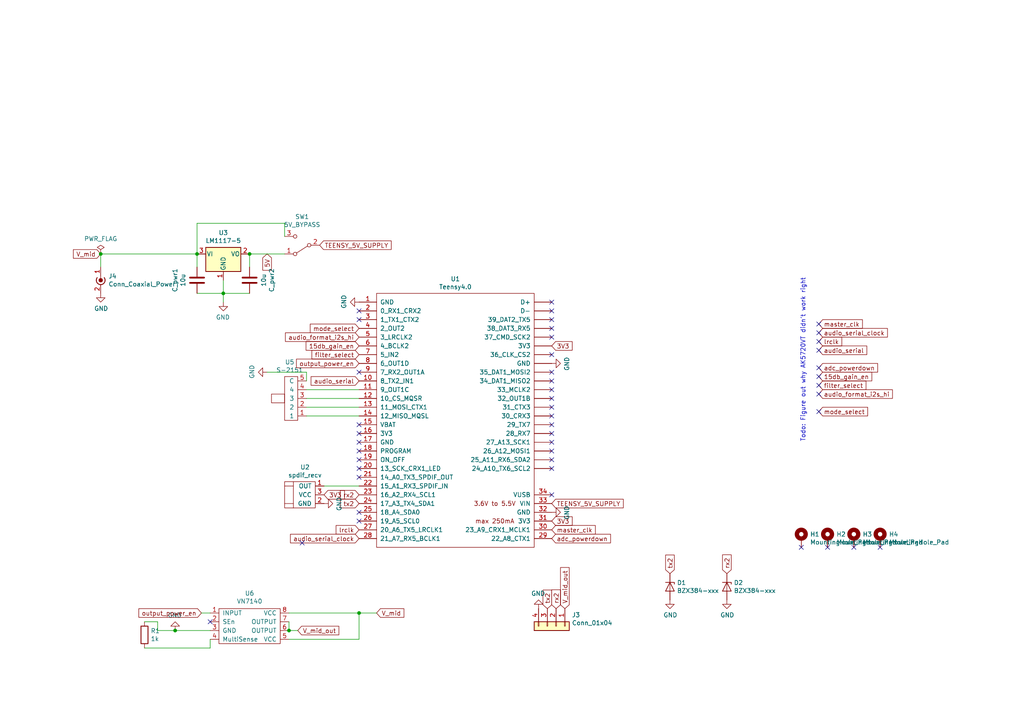
<source format=kicad_sch>
(kicad_sch (version 20211123) (generator eeschema)
  (paper "A4")
  (lib_symbols
    (symbol "Connector:Conn_Coaxial_Power" (pin_names (offset 1.016) hide)
      (property "Reference" "J" (at -5.08 -1.27 90))
      (property "Value" "Conn_Coaxial_Power" (at -3.175 -1.27 90))
      (symbol "Conn_Coaxial_Power_0_1"
        (arc (start -1.27 -1.27) (mid 0 -2.54) (end 1.27 -1.27) (stroke (width 0.254)))
        (arc (start -1.016 -0.508) (mid -1.2048 -0.8684) (end -1.27 -1.27) (stroke (width 0.254)))
        (circle (center 0 -1.27) (radius 0.508) (stroke (width 0.2032)) (fill (type outline)))
        (polyline (pts (xy 0 -2.54) (xy 0 -3.048)))
        (polyline (pts (xy 0 0) (xy 0 -1.27)))
        (arc (start 1.27 -1.27) (mid 1.2048 -0.8684) (end 1.016 -0.508) (stroke (width 0.254)))
      )
      (symbol "Conn_Coaxial_Power_1_1"
        (pin passive line (at 0 2.54 270) (length 2.54) (name "In") (number "1"))
        (pin passive line (at 0 -5.08 90) (length 2.54) (name "Ext") (number "2"))
      )
    )
    (symbol "Connector_Generic:Conn_01x04" (pin_names (offset 1.016) hide)
      (property "Reference" "J" (at 0 5.08 0))
      (property "Value" "Conn_01x04" (at 0 -7.62 0))
      (symbol "Conn_01x04_1_1"
        (rectangle (start -1.27 -4.953) (end 0 -5.207) (stroke (width 0.1524)))
        (rectangle (start -1.27 -2.413) (end 0 -2.667) (stroke (width 0.1524)))
        (rectangle (start -1.27 0.127) (end 0 -0.127) (stroke (width 0.1524)))
        (rectangle (start -1.27 2.667) (end 0 2.413) (stroke (width 0.1524)))
        (rectangle (start -1.27 3.81) (end 1.27 -6.35) (stroke (width 0.254)) (fill (type background)))
        (pin passive line (at -5.08 2.54 0) (length 3.81) (name "Pin_1") (number "1"))
        (pin passive line (at -5.08 0 0) (length 3.81) (name "Pin_2") (number "2"))
        (pin passive line (at -5.08 -2.54 0) (length 3.81) (name "Pin_3") (number "3"))
        (pin passive line (at -5.08 -5.08 0) (length 3.81) (name "Pin_4") (number "4"))
      )
    )
    (symbol "Device:C" (pin_numbers hide) (pin_names (offset 0.254))
      (property "Reference" "C" (at 0.635 2.54 0))
      (property "Value" "C" (at 0.635 -2.54 0))
      (symbol "C_0_1"
        (polyline (pts (xy -2.032 -0.762) (xy 2.032 -0.762)) (stroke (width 0.508)))
        (polyline (pts (xy -2.032 0.762) (xy 2.032 0.762)) (stroke (width 0.508)))
      )
      (symbol "C_1_1"
        (pin passive line (at 0 3.81 270) (length 2.794) (name "~") (number "1"))
        (pin passive line (at 0 -3.81 90) (length 2.794) (name "~") (number "2"))
      )
    )
    (symbol "Device:R" (pin_numbers hide) (pin_names (offset 0))
      (property "Reference" "R" (at 2.032 0 90))
      (property "Value" "R" (at 0 0 90))
      (symbol "R_0_1"
        (rectangle (start -1.016 -2.54) (end 1.016 2.54) (stroke (width 0.254)))
      )
      (symbol "R_1_1"
        (pin passive line (at 0 3.81 270) (length 1.27) (name "~") (number "1"))
        (pin passive line (at 0 -3.81 90) (length 1.27) (name "~") (number "2"))
      )
    )
    (symbol "Diode:BZX384-xxx" (pin_numbers hide) (pin_names hide)
      (property "Reference" "D" (at 0 2.54 0))
      (property "Value" "Diode_BZX384-xxx" (at 0 -2.54 0))
      (symbol "BZX384-xxx_0_1"
        (polyline (pts (xy 1.27 0) (xy -1.27 0)))
        (polyline (pts (xy -1.27 -1.27) (xy -1.27 1.27) (xy -0.762 1.27)) (stroke (width 0.2032)))
        (polyline (pts (xy 1.27 -1.27) (xy 1.27 1.27) (xy -1.27 0) (xy 1.27 -1.27)) (stroke (width 0.2032)))
      )
      (symbol "BZX384-xxx_1_1"
        (pin passive line (at -3.81 0 0) (length 2.54) (name "K") (number "1"))
        (pin passive line (at 3.81 0 180) (length 2.54) (name "A") (number "2"))
      )
    )
    (symbol "Mechanical:MountingHole_Pad" (pin_numbers hide) (pin_names (offset 1.016) hide)
      (property "Reference" "H" (at 0 6.35 0))
      (property "Value" "MountingHole_Pad" (at 0 4.445 0))
      (symbol "MountingHole_Pad_0_1"
        (circle (center 0 1.27) (radius 1.27) (stroke (width 1.27)))
      )
      (symbol "MountingHole_Pad_1_1"
        (pin input line (at 0 -2.54 90) (length 2.54) (name "1") (number "1"))
      )
    )
    (symbol "Regulator_Linear:LM1117-3.3" (pin_names (offset 0.254))
      (property "Reference" "U" (at -3.81 3.175 0))
      (property "Value" "LM1117-3.3" (at 0 3.175 0))
      (symbol "LM1117-3.3_0_1"
        (rectangle (start -5.08 -5.08) (end 5.08 1.905) (stroke (width 0.254)) (fill (type background)))
      )
      (symbol "LM1117-3.3_1_1"
        (pin power_in line (at 0 -7.62 90) (length 2.54) (name "GND") (number "1"))
        (pin power_out line (at 7.62 0 180) (length 2.54) (name "VO") (number "2"))
        (pin power_in line (at -7.62 0 0) (length 2.54) (name "VI") (number "3"))
      )
    )
    (symbol "Switch:SW_SPDT" (pin_names (offset 0) hide)
      (property "Reference" "SW" (at 0 4.318 0))
      (property "Value" "SW_SPDT" (at 0 -5.08 0))
      (symbol "SW_SPDT_0_0"
        (circle (center -2.032 0) (radius 0.508))
        (circle (center 2.032 -2.54) (radius 0.508))
      )
      (symbol "SW_SPDT_0_1"
        (polyline (pts (xy -1.524 0.254) (xy 1.651 2.286)))
        (circle (center 2.032 2.54) (radius 0.508))
      )
      (symbol "SW_SPDT_1_1"
        (pin passive line (at 5.08 2.54 180) (length 2.54) (name "A") (number "1"))
        (pin passive line (at -5.08 0 0) (length 2.54) (name "B") (number "2"))
        (pin passive line (at 5.08 -2.54 180) (length 2.54) (name "C") (number "3"))
      )
    )
    (symbol "power:GND" (power) (pin_names (offset 0))
      (property "Value" "GND" (at 0 -3.81 0))
      (symbol "GND_0_1"
        (polyline (pts (xy 0 0) (xy 0 -1.27) (xy 1.27 -1.27) (xy 0 -2.54) (xy -1.27 -1.27) (xy 0 -1.27)))
      )
      (symbol "GND_1_1"
        (pin power_in line (at 0 0 270) (length 0) hide (name "GND") (number "1"))
      )
    )
    (symbol "power:PWR_FLAG" (power) (pin_numbers hide) (pin_names (offset 0) hide)
      (property "Value" "PWR_FLAG" (at 0 3.81 0))
      (symbol "PWR_FLAG_0_0"
        (pin power_out line (at 0 0 90) (length 0) (name "pwr") (number "1"))
      )
      (symbol "PWR_FLAG_0_1"
        (polyline (pts (xy 0 0) (xy 0 1.27) (xy -1.016 1.905) (xy 0 2.54) (xy 1.016 1.905) (xy 0 1.27)))
      )
    )
    (symbol "teensy:Teensy4.0" (pin_names (offset 1.016))
      (property "Reference" "U" (at 0 39.37 0))
      (property "Value" "teensy_Teensy4.0" (at 0 -39.37 0))
      (symbol "Teensy4.0_0_0"
        (text "3.6V to 5.5V" (at 11.43 -24.13 0) (effects (font (size 1.27 1.27))))
        (text "max 250mA" (at 11.43 -29.21 0) (effects (font (size 1.27 1.27))))
        (pin bidirectional line (at -27.94 11.43 0) (length 5.08) (name "8_TX2_IN1") (number "10"))
        (pin bidirectional line (at -27.94 8.89 0) (length 5.08) (name "9_OUT1C") (number "11"))
        (pin bidirectional line (at -27.94 6.35 0) (length 5.08) (name "10_CS_MQSR") (number "12"))
        (pin bidirectional line (at -27.94 3.81 0) (length 5.08) (name "11_MOSI_CTX1") (number "13"))
        (pin bidirectional line (at -27.94 1.27 0) (length 5.08) (name "12_MISO_MQSL") (number "14"))
        (pin power_in line (at -27.94 -1.27 0) (length 5.08) (name "VBAT") (number "15"))
        (pin power_out line (at -27.94 -3.81 0) (length 5.08) (name "3V3") (number "16"))
        (pin power_in line (at -27.94 -6.35 0) (length 5.08) (name "GND") (number "17"))
        (pin input line (at -27.94 -8.89 0) (length 5.08) (name "PROGRAM") (number "18"))
        (pin input line (at -27.94 -11.43 0) (length 5.08) (name "ON_OFF") (number "19"))
        (pin bidirectional line (at -27.94 -13.97 0) (length 5.08) (name "13_SCK_CRX1_LED") (number "20"))
        (pin bidirectional line (at -27.94 -16.51 0) (length 5.08) (name "14_A0_TX3_SPDIF_OUT") (number "21"))
        (pin bidirectional line (at -27.94 -19.05 0) (length 5.08) (name "15_A1_RX3_SPDIF_IN") (number "22"))
        (pin bidirectional line (at -27.94 -21.59 0) (length 5.08) (name "16_A2_RX4_SCL1") (number "23"))
        (pin bidirectional line (at -27.94 -24.13 0) (length 5.08) (name "17_A3_TX4_SDA1") (number "24"))
        (pin bidirectional line (at -27.94 -26.67 0) (length 5.08) (name "18_A4_SDA0") (number "25"))
        (pin bidirectional line (at -27.94 -29.21 0) (length 5.08) (name "19_A5_SCL0") (number "26"))
        (pin bidirectional line (at -27.94 -31.75 0) (length 5.08) (name "20_A6_TX5_LRCLK1") (number "27"))
        (pin bidirectional line (at -27.94 -34.29 0) (length 5.08) (name "21_A7_RX5_BCLK1") (number "28"))
        (pin bidirectional line (at 27.94 -34.29 180) (length 5.08) (name "22_A8_CTX1") (number "29"))
        (pin bidirectional line (at 27.94 -31.75 180) (length 5.08) (name "23_A9_CRX1_MCLK1") (number "30"))
        (pin power_out line (at 27.94 -29.21 180) (length 5.08) (name "3V3") (number "31"))
        (pin power_in line (at 27.94 -26.67 180) (length 5.08) (name "GND") (number "32"))
        (pin power_in line (at 27.94 -24.13 180) (length 5.08) (name "VIN") (number "33"))
        (pin power_out line (at 27.94 -21.59 180) (length 5.08) (name "VUSB") (number "34"))
        (pin bidirectional line (at -27.94 24.13 0) (length 5.08) (name "3_LRCLK2") (number "5"))
        (pin bidirectional line (at -27.94 21.59 0) (length 5.08) (name "4_BCLK2") (number "6"))
        (pin bidirectional line (at -27.94 19.05 0) (length 5.08) (name "5_IN2") (number "7"))
        (pin bidirectional line (at -27.94 16.51 0) (length 5.08) (name "6_OUT1D") (number "8"))
        (pin bidirectional line (at -27.94 13.97 0) (length 5.08) (name "7_RX2_OUT1A") (number "9"))
        (pin bidirectional line (at 27.94 -13.97 180) (length 5.08) (name "24_A10_TX6_SCL2") (number "~"))
        (pin bidirectional line (at 27.94 -11.43 180) (length 5.08) (name "25_A11_RX6_SDA2") (number "~"))
        (pin bidirectional line (at 27.94 -8.89 180) (length 5.08) (name "26_A12_MOSI1") (number "~"))
        (pin bidirectional line (at 27.94 -6.35 180) (length 5.08) (name "27_A13_SCK1") (number "~"))
        (pin bidirectional line (at 27.94 -3.81 180) (length 5.08) (name "28_RX7") (number "~"))
        (pin bidirectional line (at 27.94 -1.27 180) (length 5.08) (name "29_TX7") (number "~"))
        (pin bidirectional line (at 27.94 1.27 180) (length 5.08) (name "30_CRX3") (number "~"))
        (pin bidirectional line (at 27.94 3.81 180) (length 5.08) (name "31_CTX3") (number "~"))
        (pin bidirectional line (at 27.94 6.35 180) (length 5.08) (name "32_OUT1B") (number "~"))
        (pin bidirectional line (at 27.94 8.89 180) (length 5.08) (name "33_MCLK2") (number "~"))
        (pin bidirectional line (at 27.94 11.43 180) (length 5.08) (name "34_DAT1_MISO2") (number "~"))
        (pin bidirectional line (at 27.94 13.97 180) (length 5.08) (name "35_DAT1_MOSI2") (number "~"))
        (pin bidirectional line (at 27.94 19.05 180) (length 5.08) (name "36_CLK_CS2") (number "~"))
        (pin bidirectional line (at 27.94 24.13 180) (length 5.08) (name "37_CMD_SCK2") (number "~"))
        (pin bidirectional line (at 27.94 26.67 180) (length 5.08) (name "38_DAT3_RX5") (number "~"))
        (pin bidirectional line (at 27.94 29.21 180) (length 5.08) (name "39_DAT2_TX5") (number "~"))
        (pin power_out line (at 27.94 21.59 180) (length 5.08) (name "3V3") (number "~"))
        (pin bidirectional line (at 27.94 34.29 180) (length 5.08) (name "D+") (number "~"))
        (pin bidirectional line (at 27.94 31.75 180) (length 5.08) (name "D-") (number "~"))
        (pin bidirectional line (at 27.94 16.51 180) (length 5.08) (name "GND") (number "~"))
      )
      (symbol "Teensy4.0_0_1"
        (rectangle (start -22.86 36.83) (end 22.86 -36.83))
        (rectangle (start -20.32 -31.75) (end -20.32 -31.75))
      )
      (symbol "Teensy4.0_1_1"
        (pin power_in line (at -27.94 34.29 0) (length 5.08) (name "GND") (number "1"))
        (pin bidirectional line (at -27.94 31.75 0) (length 5.08) (name "0_RX1_CRX2") (number "2"))
        (pin bidirectional line (at -27.94 29.21 0) (length 5.08) (name "1_TX1_CTX2") (number "3"))
        (pin bidirectional line (at -27.94 26.67 0) (length 5.08) (name "2_OUT2") (number "4"))
      )
    )
    (symbol "vumeter:S-2151" (pin_names (offset 1.016))
      (property "Reference" "U" (at 0 0 0))
      (property "Value" "vumeter_S-2151" (at 0 -2.54 0))
      (symbol "S-2151_0_1"
        (rectangle (start 2.54 -3.81) (end 6.35 -16.51))
        (rectangle (start 6.35 -8.89) (end 10.16 -11.43))
      )
      (symbol "S-2151_1_1"
        (pin input line (at 0 -5.08 0) (length 2.54) (name "1") (number "1"))
        (pin input line (at 0 -7.62 0) (length 2.54) (name "2") (number "2"))
        (pin input line (at 0 -10.16 0) (length 2.54) (name "3") (number "3"))
        (pin input line (at 0 -12.7 0) (length 2.54) (name "4") (number "4"))
        (pin input line (at 0 -15.24 0) (length 2.54) (name "C") (number "5"))
      )
    )
    (symbol "vumeter:VN7140" (pin_names (offset 1.016))
      (property "Reference" "U" (at 0 -2.54 0))
      (property "Value" "vumeter_VN7140" (at 0 0 0))
      (symbol "VN7140_0_1"
        (rectangle (start -8.89 -3.81) (end 8.89 -13.97))
      )
      (symbol "VN7140_1_1"
        (pin input line (at -11.43 -5.08 0) (length 2.54) (name "INPUT") (number "1"))
        (pin input line (at -11.43 -7.62 0) (length 2.54) (name "SEn") (number "2"))
        (pin power_in line (at -11.43 -10.16 0) (length 2.54) (name "GND") (number "3"))
        (pin output line (at -11.43 -12.7 0) (length 2.54) (name "MultiSense") (number "4"))
        (pin power_in line (at 11.43 -12.7 180) (length 2.54) (name "VCC") (number "5"))
        (pin power_out line (at 11.43 -10.16 180) (length 2.54) (name "OUTPUT") (number "6"))
        (pin power_out line (at 11.43 -7.62 180) (length 2.54) (name "OUTPUT") (number "7"))
        (pin power_in line (at 11.43 -5.08 180) (length 2.54) (name "VCC") (number "8"))
      )
    )
    (symbol "vumeter:spdif_recv" (pin_names (offset 1.016))
      (property "Reference" "U" (at 0 0 0))
      (property "Value" "vumeter_spdif_recv" (at 0 2.54 0))
      (symbol "spdif_recv_0_1"
        (rectangle (start 2.54 -1.27) (end 11.43 -8.89))
        (rectangle (start 8.89 -7.62) (end 11.43 -7.62))
        (rectangle (start 8.89 -2.54) (end 11.43 -2.54))
        (rectangle (start 8.89 -1.27) (end 8.89 -8.89))
      )
      (symbol "spdif_recv_1_1"
        (pin output line (at 0 -7.62 0) (length 2.54) (name "OUT") (number "1"))
        (pin power_in line (at 0 -2.54 0) (length 2.54) (name "GND") (number "2"))
        (pin power_in line (at 0 -5.08 0) (length 2.54) (name "VCC") (number "3"))
      )
    )
  )
  (junction (at 29.21 73.66))
  (junction (at 64.77 85.09))
  (junction (at 83.82 182.88))
  (junction (at 50.8 182.88))
  (junction (at 72.39 73.66))
  (junction (at 57.15 73.66))
  (junction (at 104.14 177.8))
  (no_connect (at 160.02 128.27))
  (no_connect (at 104.14 130.81))
  (no_connect (at 160.02 113.03))
  (no_connect (at 160.02 90.17))
  (no_connect (at 160.02 135.89))
  (no_connect (at 237.49 96.52))
  (no_connect (at 237.49 93.98))
  (no_connect (at 104.14 133.35))
  (no_connect (at 160.02 130.81))
  (no_connect (at 104.14 128.27))
  (no_connect (at 104.14 138.43))
  (no_connect (at 247.65 158.75))
  (no_connect (at 237.49 109.22))
  (no_connect (at 160.02 97.79))
  (no_connect (at 160.02 118.11))
  (no_connect (at 104.14 125.73))
  (no_connect (at 160.02 92.71))
  (no_connect (at 104.14 107.95))
  (no_connect (at 160.02 123.19))
  (no_connect (at 237.49 111.76))
  (no_connect (at 237.49 119.38))
  (no_connect (at 237.49 101.6))
  (no_connect (at 104.14 90.17))
  (no_connect (at 104.14 151.13))
  (no_connect (at 160.02 120.65))
  (no_connect (at 160.02 110.49))
  (no_connect (at 237.49 106.68))
  (no_connect (at 87.63 157.48))
  (no_connect (at 240.03 158.75))
  (no_connect (at 160.02 133.35))
  (no_connect (at 237.49 114.3))
  (no_connect (at 60.96 180.34))
  (no_connect (at 160.02 115.57))
  (no_connect (at 160.02 107.95))
  (no_connect (at 160.02 95.25))
  (no_connect (at 255.27 158.75))
  (no_connect (at 232.41 158.75))
  (no_connect (at 104.14 148.59))
  (no_connect (at 160.02 125.73))
  (no_connect (at 160.02 87.63))
  (no_connect (at 104.14 123.19))
  (no_connect (at 160.02 143.51))
  (no_connect (at 104.14 92.71))
  (no_connect (at 104.14 135.89))
  (no_connect (at 160.02 102.87))
  (no_connect (at 237.49 99.06))
  (wire (pts (xy 72.39 85.09) (xy 64.77 85.09)))
  (wire (pts (xy 109.22 177.8) (xy 104.14 177.8)))
  (wire (pts (xy 57.15 85.09) (xy 64.77 85.09)))
  (wire (pts (xy 29.21 77.47) (xy 29.21 73.66)))
  (wire (pts (xy 72.39 77.47) (xy 72.39 73.66)))
  (wire (pts (xy 72.39 73.66) (xy 82.55 73.66)))
  (wire (pts (xy 83.82 180.34) (xy 83.82 182.88)))
  (wire (pts (xy 45.72 182.88) (xy 45.72 180.34)))
  (wire (pts (xy 45.72 180.34) (xy 41.91 180.34)))
  (wire (pts (xy 104.14 177.8) (xy 104.14 185.42)))
  (wire (pts (xy 88.9 107.95) (xy 88.9 110.49)))
  (wire (pts (xy 60.96 187.96) (xy 60.96 185.42)))
  (wire (pts (xy 88.9 113.03) (xy 104.14 113.03)))
  (wire (pts (xy 60.96 182.88) (xy 50.8 182.88)))
  (wire (pts (xy 57.15 77.47) (xy 57.15 73.66)))
  (wire (pts (xy 57.15 73.66) (xy 57.15 64.77)))
  (wire (pts (xy 64.77 81.28) (xy 64.77 85.09)))
  (wire (pts (xy 41.91 187.96) (xy 60.96 187.96)))
  (wire (pts (xy 29.21 73.66) (xy 57.15 73.66)))
  (wire (pts (xy 88.9 120.65) (xy 104.14 120.65)))
  (wire (pts (xy 77.47 107.95) (xy 88.9 107.95)))
  (wire (pts (xy 57.15 64.77) (xy 82.55 64.77)))
  (wire (pts (xy 83.82 177.8) (xy 104.14 177.8)))
  (wire (pts (xy 64.77 85.09) (xy 64.77 87.63)))
  (wire (pts (xy 86.36 182.88) (xy 83.82 182.88)))
  (wire (pts (xy 88.9 118.11) (xy 104.14 118.11)))
  (wire (pts (xy 88.9 115.57) (xy 104.14 115.57)))
  (wire (pts (xy 104.14 185.42) (xy 83.82 185.42)))
  (wire (pts (xy 58.42 177.8) (xy 60.96 177.8)))
  (wire (pts (xy 50.8 182.88) (xy 45.72 182.88)))
  (wire (pts (xy 82.55 64.77) (xy 82.55 68.58)))
  (wire (pts (xy 93.98 140.97) (xy 104.14 140.97)))
  (text "Todo: Figure out why AK5720VT didn't work right" (at 233.68 128.27 90) (effects (font (size 1.27 1.27)) (justify left bottom)))
  (global_label "output_power_en" (shape input) (at 104.14 105.41 180) (property "Intersheet References" "${INTERSHEET_REFS}" (effects hide)))
  (global_label "filter_select" (shape input) (at 104.14 102.87 180) (property "Intersheet References" "${INTERSHEET_REFS}" (effects hide)))
  (global_label "adc_powerdown" (shape input) (at 237.49 106.68 0) (property "Intersheet References" "${INTERSHEET_REFS}" (effects hide)))
  (global_label "lrclk" (shape input) (at 237.49 99.06 0) (property "Intersheet References" "${INTERSHEET_REFS}" (effects hide)))
  (global_label "audio_format_i2s_hi" (shape input) (at 104.14 97.79 180) (property "Intersheet References" "${INTERSHEET_REFS}" (effects hide)))
  (global_label "V_mid" (shape input) (at 109.22 177.8 0) (property "Intersheet References" "${INTERSHEET_REFS}" (effects hide)))
  (global_label "filter_select" (shape input) (at 237.49 111.76 0) (property "Intersheet References" "${INTERSHEET_REFS}" (effects hide)))
  (global_label "lrclk" (shape input) (at 104.14 153.67 180) (property "Intersheet References" "${INTERSHEET_REFS}" (effects hide)))
  (global_label "rx2" (shape input) (at 210.82 166.37 90) (property "Intersheet References" "${INTERSHEET_REFS}" (effects hide)))
  (global_label "V_mid_out" (shape input) (at 86.36 182.88 0) (property "Intersheet References" "${INTERSHEET_REFS}" (effects hide)))
  (global_label "audio_serial" (shape input) (at 237.49 101.6 0) (property "Intersheet References" "${INTERSHEET_REFS}" (effects hide)))
  (global_label "3V3" (shape input) (at 160.02 100.33 0) (property "Intersheet References" "${INTERSHEET_REFS}" (effects hide)))
  (global_label "15db_gain_en" (shape input) (at 104.14 100.33 180) (property "Intersheet References" "${INTERSHEET_REFS}" (effects hide)))
  (global_label "3V3" (shape input) (at 160.02 151.13 0) (property "Intersheet References" "${INTERSHEET_REFS}" (effects hide)))
  (global_label "output_power_en" (shape input) (at 58.42 177.8 180) (property "Intersheet References" "${INTERSHEET_REFS}" (effects hide)))
  (global_label "audio_serial_clock" (shape input) (at 237.49 96.52 0) (property "Intersheet References" "${INTERSHEET_REFS}" (effects hide)))
  (global_label "V_mid_out" (shape input) (at 163.83 176.53 90) (property "Intersheet References" "${INTERSHEET_REFS}" (effects hide)))
  (global_label "rx2" (shape input) (at 161.29 176.53 90) (property "Intersheet References" "${INTERSHEET_REFS}" (effects hide)))
  (global_label "tx2" (shape input) (at 158.75 176.53 90) (property "Intersheet References" "${INTERSHEET_REFS}" (effects hide)))
  (global_label "audio_format_i2s_hi" (shape input) (at 237.49 114.3 0) (property "Intersheet References" "${INTERSHEET_REFS}" (effects hide)))
  (global_label "tx2" (shape input) (at 104.14 146.05 180) (property "Intersheet References" "${INTERSHEET_REFS}" (effects hide)))
  (global_label "3V3" (shape input) (at 93.98 143.51 0) (property "Intersheet References" "${INTERSHEET_REFS}" (effects hide)))
  (global_label "adc_powerdown" (shape input) (at 160.02 156.21 0) (property "Intersheet References" "${INTERSHEET_REFS}" (effects hide)))
  (global_label "mode_select" (shape input) (at 104.14 95.25 180) (property "Intersheet References" "${INTERSHEET_REFS}" (effects hide)))
  (global_label "tx2" (shape input) (at 194.31 166.37 90) (property "Intersheet References" "${INTERSHEET_REFS}" (effects hide)))
  (global_label "TEENSY_5V_SUPPLY" (shape input) (at 160.02 146.05 0) (property "Intersheet References" "${INTERSHEET_REFS}" (effects hide)))
  (global_label "audio_serial_clock" (shape input) (at 104.14 156.21 180) (property "Intersheet References" "${INTERSHEET_REFS}" (effects hide)))
  (global_label "master_clk" (shape input) (at 237.49 93.98 0) (property "Intersheet References" "${INTERSHEET_REFS}" (effects hide)))
  (global_label "TEENSY_5V_SUPPLY" (shape input) (at 92.71 71.12 0) (property "Intersheet References" "${INTERSHEET_REFS}" (effects hide)))
  (global_label "audio_serial" (shape input) (at 104.14 110.49 180) (property "Intersheet References" "${INTERSHEET_REFS}" (effects hide)))
  (global_label "master_clk" (shape input) (at 160.02 153.67 0) (property "Intersheet References" "${INTERSHEET_REFS}" (effects hide)))
  (global_label "rx2" (shape input) (at 104.14 143.51 180) (property "Intersheet References" "${INTERSHEET_REFS}" (effects hide)))
  (global_label "15db_gain_en" (shape input) (at 237.49 109.22 0) (property "Intersheet References" "${INTERSHEET_REFS}" (effects hide)))
  (global_label "mode_select" (shape input) (at 237.49 119.38 0) (property "Intersheet References" "${INTERSHEET_REFS}" (effects hide)))
  (global_label "5V" (shape input) (at 77.47 73.66 270) (property "Intersheet References" "${INTERSHEET_REFS}" (effects hide)))
  (global_label "V_mid" (shape input) (at 29.21 73.66 180) (property "Intersheet References" "${INTERSHEET_REFS}" (effects hide)))
  (symbol (lib_id "power:PWR_FLAG") (at 29.21 73.66 0) (unit 1)
    (property "Reference" "#FLG0101" (effects hide))
    (property "Value" "PWR_FLAG" (at 29.21 69.2658 0))
  )
  (symbol (lib_id "teensy:Teensy4.0") (at 132.08 121.92 0) (unit 1)
    (property "Reference" "U1" (at 132.08 80.899 0))
    (property "Value" "Teensy4.0" (at 132.08 83.2104 0))
    (property "Footprint" "vumeter:Teensy40" (effects hide))
  )
  (symbol (lib_id "power:GND") (at 160.02 105.41 90) (mirror x) (unit 1)
    (property "Reference" "#PWR0102" (effects hide))
    (property "Value" "GND" (at 164.4142 105.537 0))
  )
  (symbol (lib_id "power:GND") (at 160.02 148.59 90) (mirror x) (unit 1)
    (property "Reference" "#PWR0103" (effects hide))
    (property "Value" "GND" (at 164.4142 148.717 0))
  )
  (symbol (lib_id "vumeter:S-2151") (at 88.9 125.73 180) (unit 1)
    (property "Reference" "U5" (at 84.0232 105.029 0))
    (property "Value" "S-2151" (at 84.0232 107.3404 0))
    (property "Footprint" "vumeter:S-2151" (effects hide))
    (property "Datasheet" "S-2151" (effects hide))
  )
  (symbol (lib_id "vumeter:spdif_recv") (at 93.98 148.59 180) (unit 1)
    (property "Reference" "U2" (at 88.4682 135.509 0))
    (property "Value" "spdif_recv" (at 88.4682 137.8204 0))
    (property "Footprint" "vumeter:Cliff_ORJ-8" (effects hide))
    (property "Datasheet" "ORJ-8" (effects hide))
  )
  (symbol (lib_id "power:GND") (at 93.98 146.05 90) (mirror x) (unit 1)
    (property "Reference" "#PWR0105" (effects hide))
    (property "Value" "GND" (at 98.3742 146.177 0))
  )
  (symbol (lib_id "Connector:Conn_Coaxial_Power") (at 29.21 80.01 0) (unit 1)
    (property "Reference" "J4" (at 31.4452 80.1116 0) (effects (justify left)))
    (property "Value" "Conn_Coaxial_Power" (at 31.4452 82.423 0) (effects (justify left)))
    (property "Footprint" "Connector_BarrelJack:BarrelJack_CUI_PJ-102AH_Horizontal" (effects hide))
    (property "Datasheet" "PJ-102AH" (effects hide))
  )
  (symbol (lib_id "power:GND") (at 29.21 85.09 0) (unit 1)
    (property "Reference" "#PWR0109" (effects hide))
    (property "Value" "GND" (at 29.337 89.4842 0))
  )
  (symbol (lib_id "power:GND") (at 77.47 107.95 270) (mirror x) (unit 1)
    (property "Reference" "#PWR0104" (effects hide))
    (property "Value" "GND" (at 73.0758 107.823 0))
  )
  (symbol (lib_id "Regulator_Linear:LM1117-3.3") (at 64.77 73.66 0) (unit 1)
    (property "Reference" "U3" (at 64.77 67.5132 0))
    (property "Value" "LM1117-5" (at 64.77 69.8246 0))
    (property "Footprint" "Package_TO_SOT_SMD:SOT-223-3_TabPin2" (effects hide))
    (property "Datasheet" "LM1117MPX-3.3/NOPB" (effects hide))
  )
  (symbol (lib_id "power:GND") (at 64.77 87.63 0) (mirror y) (unit 1)
    (property "Reference" "#PWR09" (effects hide))
    (property "Value" "GND" (at 64.643 92.0242 0))
  )
  (symbol (lib_id "vumeter:VN7140") (at 72.39 172.72 0) (unit 1)
    (property "Reference" "U6" (at 72.39 172.085 0))
    (property "Value" "VN7140" (at 72.39 174.3964 0))
    (property "Footprint" "Package_SO:SO-8_3.9x4.9mm_P1.27mm" (effects hide))
  )
  (symbol (lib_id "Device:R") (at 41.91 184.15 0) (unit 1)
    (property "Reference" "R1" (at 43.688 182.9816 0) (effects (justify left)))
    (property "Value" "1k" (at 43.688 185.293 0) (effects (justify left)))
    (property "Footprint" "Resistor_SMD:R_1206_3216Metric_Pad1.42x1.75mm_HandSolder" (effects hide))
  )
  (symbol (lib_id "Connector_Generic:Conn_01x04") (at 161.29 181.61 270) (unit 1)
    (property "Reference" "J3" (at 165.862 178.3588 90) (effects (justify left)))
    (property "Value" "Conn_01x04" (at 165.862 180.6702 90) (effects (justify left)))
    (property "Footprint" "Connector_PinHeader_2.54mm:PinHeader_1x04_P2.54mm_Vertical" (effects hide))
    (property "Datasheet" "PPPC041LGBN-RC‎" (effects hide))
  )
  (symbol (lib_id "power:GND") (at 156.21 176.53 180) (unit 1)
    (property "Reference" "#PWR016" (effects hide))
    (property "Value" "GND" (at 156.083 172.1358 0))
  )
  (symbol (lib_id "Device:C") (at 72.39 81.28 0) (mirror y) (unit 1)
    (property "Reference" "C_pwr2" (at 78.7908 81.28 90))
    (property "Value" "10u" (at 76.4794 81.28 90))
    (property "Footprint" "Capacitor_SMD:C_1206_3216Metric" (effects hide))
    (property "Datasheet" "GRT31CR61H106ME01L" (effects hide))
  )
  (symbol (lib_id "Device:C") (at 57.15 81.28 0) (mirror x) (unit 1)
    (property "Reference" "C_pwr1" (at 50.7492 81.28 90))
    (property "Value" "10u" (at 53.0606 81.28 90))
    (property "Footprint" "Capacitor_SMD:C_1206_3216Metric" (effects hide))
    (property "Datasheet" "GRT31CR61H106ME01L" (effects hide))
  )
  (symbol (lib_id "Mechanical:MountingHole_Pad") (at 232.41 156.21 0) (unit 1)
    (property "Reference" "H1" (at 234.95 154.9654 0) (effects (justify left)))
    (property "Value" "MountingHole_Pad" (at 234.95 157.2768 0) (effects (justify left)))
    (property "Footprint" "MountingHole:MountingHole_2.7mm_M2.5_ISO14580_Pad" (effects hide))
  )
  (symbol (lib_id "Mechanical:MountingHole_Pad") (at 240.03 156.21 0) (unit 1)
    (property "Reference" "H2" (at 242.57 154.9654 0) (effects (justify left)))
    (property "Value" "MountingHole_Pad" (at 242.57 157.2768 0) (effects (justify left)))
    (property "Footprint" "MountingHole:MountingHole_2.7mm_M2.5_ISO14580_Pad" (effects hide))
  )
  (symbol (lib_id "Mechanical:MountingHole_Pad") (at 247.65 156.21 0) (unit 1)
    (property "Reference" "H3" (at 250.19 154.9654 0) (effects (justify left)))
    (property "Value" "MountingHole_Pad" (at 250.19 157.2768 0) (effects (justify left)))
    (property "Footprint" "MountingHole:MountingHole_2.7mm_M2.5_ISO14580_Pad" (effects hide))
  )
  (symbol (lib_id "Mechanical:MountingHole_Pad") (at 255.27 156.21 0) (unit 1)
    (property "Reference" "H4" (at 257.81 154.9654 0) (effects (justify left)))
    (property "Value" "MountingHole_Pad" (at 257.81 157.2768 0) (effects (justify left)))
    (property "Footprint" "MountingHole:MountingHole_2.7mm_M2.5_ISO14580_Pad" (effects hide))
  )
  (symbol (lib_id "power:GND") (at 104.14 87.63 270) (mirror x) (unit 1)
    (property "Reference" "#PWR01" (effects hide))
    (property "Value" "GND" (at 99.7458 87.503 0))
  )
  (symbol (lib_id "Switch:SW_SPDT") (at 87.63 71.12 180) (unit 1)
    (property "Reference" "SW1" (at 87.63 62.865 0))
    (property "Value" "5V_BYPASS" (at 87.63 65.1764 0))
    (property "Footprint" "Jumper:SolderJumper-3_P1.3mm_Open_RoundedPad1.0x1.5mm" (effects hide))
  )
  (symbol (lib_id "Diode:BZX384-xxx") (at 194.31 170.18 270) (unit 1)
    (property "Reference" "D1" (at 196.3166 169.0116 90) (effects (justify left)))
    (property "Value" "BZX384-xxx" (at 196.3166 171.323 90) (effects (justify left)))
    (property "Footprint" "Diode_SMD:D_SOD-323" (effects hide))
    (property "Datasheet" "https://assets.nexperia.com/documents/data-sheet/BZX384_SERIES.pdf" (effects hide))
  )
  (symbol (lib_id "Diode:BZX384-xxx") (at 210.82 170.18 270) (unit 1)
    (property "Reference" "D2" (at 212.8266 169.0116 90) (effects (justify left)))
    (property "Value" "BZX384-xxx" (at 212.8266 171.323 90) (effects (justify left)))
    (property "Footprint" "Diode_SMD:D_SOD-323" (effects hide))
    (property "Datasheet" "https://assets.nexperia.com/documents/data-sheet/BZX384_SERIES.pdf" (effects hide))
  )
  (symbol (lib_id "power:GND") (at 194.31 173.99 0) (unit 1)
    (property "Reference" "#PWR02" (effects hide))
    (property "Value" "GND" (at 194.437 178.3842 0))
  )
  (symbol (lib_id "power:GND") (at 210.82 173.99 0) (unit 1)
    (property "Reference" "#PWR03" (effects hide))
    (property "Value" "GND" (at 210.947 178.3842 0))
  )
  (symbol (lib_id "power:GND") (at 50.8 182.88 180) (unit 1)
    (property "Reference" "#PWR?" (effects hide))
    (property "Value" "GND" (at 50.673 178.4858 0))
  )
)
</source>
